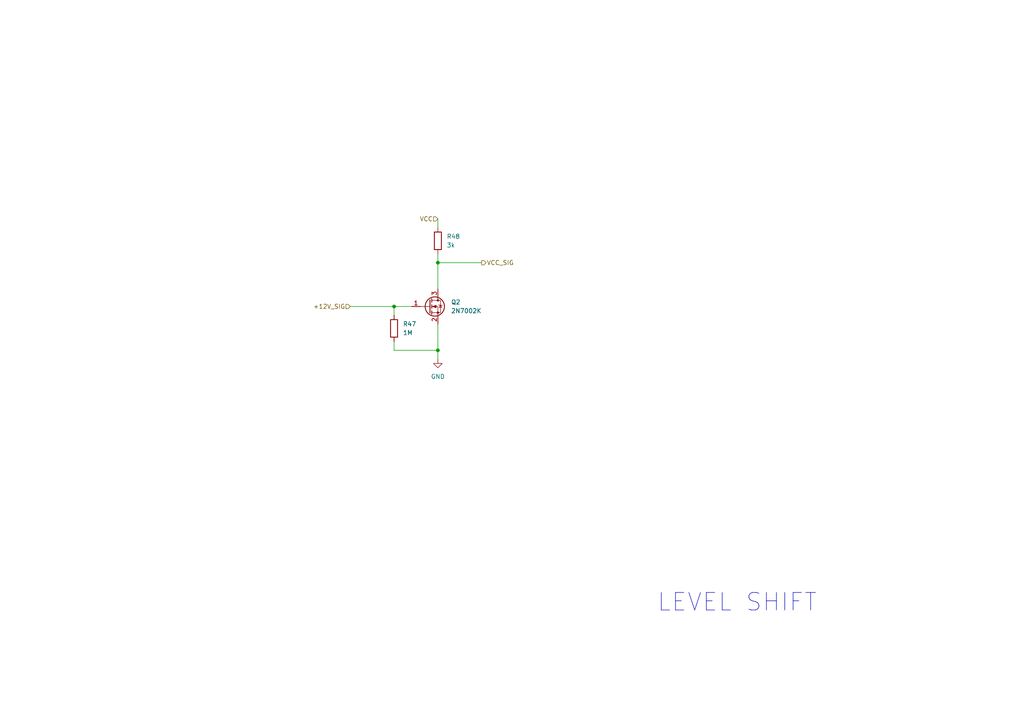
<source format=kicad_sch>
(kicad_sch (version 20230121) (generator eeschema)
  (paper "A4")
  (lib_symbols
    (symbol "Device:R" (pin_numbers hide) (pin_names (offset 0))
      (property "Reference" "R" (at 2.032 0 90))
      (property "Value" "R" (at 0 0 90))
      (symbol "R_0_1"
        (rectangle (start -1.016 -2.54) (end 1.016 2.54) (stroke (width 0.254)))
      )
      (symbol "R_1_1"
        (pin passive line (at 0 3.81 270) (length 1.27) (name "~") (number "1"))
        (pin passive line (at 0 -3.81 90) (length 1.27) (name "~") (number "2"))
      )
    )
    (symbol "Transistor_FET:2N7002K" (pin_names hide)
      (property "Reference" "Q" (at 5.08 1.905 0))
      (property "Value" "2N7002K" (at 5.08 0 0))
      (symbol "2N7002K_0_1"
        (polyline (pts (xy 0.254 0) (xy -2.54 0)))
        (polyline (pts (xy 0.254 1.905) (xy 0.254 -1.905)) (stroke (width 0.254)))
        (polyline (pts (xy 0.762 -1.27) (xy 0.762 -2.286)) (stroke (width 0.254)))
        (polyline (pts (xy 0.762 0.508) (xy 0.762 -0.508)) (stroke (width 0.254)))
        (polyline (pts (xy 0.762 2.286) (xy 0.762 1.27)) (stroke (width 0.254)))
        (polyline (pts (xy 2.54 2.54) (xy 2.54 1.778)))
        (polyline (pts (xy 2.54 -2.54) (xy 2.54 0) (xy 0.762 0)))
        (polyline (pts (xy 0.762 -1.778) (xy 3.302 -1.778) (xy 3.302 1.778) (xy 0.762 1.778)))
        (polyline (pts (xy 1.016 0) (xy 2.032 0.381) (xy 2.032 -0.381) (xy 1.016 0)) (fill (type outline)))
        (polyline (pts (xy 2.794 0.508) (xy 2.921 0.381) (xy 3.683 0.381) (xy 3.81 0.254)))
        (polyline (pts (xy 3.302 0.381) (xy 2.921 -0.254) (xy 3.683 -0.254) (xy 3.302 0.381)))
        (circle (center 1.651 0) (radius 2.794) (stroke (width 0.254)))
        (circle (center 2.54 -1.778) (radius 0.254) (fill (type outline)))
        (circle (center 2.54 1.778) (radius 0.254) (fill (type outline)))
      )
      (symbol "2N7002K_1_1"
        (pin input line (at -5.08 0 0) (length 2.54) (name "G") (number "1"))
        (pin passive line (at 2.54 -5.08 90) (length 2.54) (name "S") (number "2"))
        (pin passive line (at 2.54 5.08 270) (length 2.54) (name "D") (number "3"))
      )
    )
    (symbol "power:GND" (power) (pin_names (offset 0))
      (property "Value" "GND" (at 0 -3.81 0))
      (symbol "GND_0_1"
        (polyline (pts (xy 0 0) (xy 0 -1.27) (xy 1.27 -1.27) (xy 0 -2.54) (xy -1.27 -1.27) (xy 0 -1.27)))
      )
      (symbol "GND_1_1"
        (pin power_in line (at 0 0 270) (length 0) hide (name "GND") (number "1"))
      )
    )
  )
  (junction (at 127 101.6))
  (junction (at 127 76.2))
  (junction (at 114.3 88.9))
  (wire (pts (xy 127 76.2) (xy 127 83.82)))
  (wire (pts (xy 127 73.66) (xy 127 76.2)))
  (wire (pts (xy 127 93.98) (xy 127 101.6)))
  (wire (pts (xy 114.3 88.9) (xy 114.3 91.44)))
  (wire (pts (xy 127 63.5) (xy 127 66.04)))
  (wire (pts (xy 127 76.2) (xy 139.7 76.2)))
  (wire (pts (xy 127 101.6) (xy 127 104.14)))
  (wire (pts (xy 114.3 88.9) (xy 119.38 88.9)))
  (wire (pts (xy 101.6 88.9) (xy 114.3 88.9)))
  (wire (pts (xy 114.3 101.6) (xy 127 101.6)))
  (wire (pts (xy 114.3 99.06) (xy 114.3 101.6)))
  (text "LEVEL SHIFT" (at 190.5 177.8 0) (effects (font (size 5.08 5.08)) (justify left bottom)))
  (hierarchical_label "VCC_SIG" (shape output) (at 139.7 76.2 0))
  (hierarchical_label "VCC" (shape input) (at 127 63.5 180))
  (hierarchical_label "+12V_SIG" (shape input) (at 101.6 88.9 180))
  (symbol (lib_id "Transistor_FET:2N7002K") (at 124.46 88.9 0) (unit 1)
    (property "Reference" "Q2" (at 130.81 87.63 0) (effects (justify left)))
    (property "Value" "2N7002K" (at 130.81 90.17 0) (effects (justify left)))
    (property "Footprint" "Package_TO_SOT_SMD:SOT-23" (effects hide))
    (property "Datasheet" "https://www.diodes.com/assets/Datasheets/ds30896.pdf" (effects hide))
  )
  (symbol (lib_id "Device:R") (at 127 69.85 0) (unit 1)
    (property "Reference" "R48" (at 129.54 68.58 0) (effects (justify left)))
    (property "Value" "3k" (at 129.54 71.12 0) (effects (justify left)))
  )
  (symbol (lib_id "Device:R") (at 114.3 95.25 0) (unit 1)
    (property "Reference" "R47" (at 116.84 93.98 0) (effects (justify left)))
    (property "Value" "1M" (at 116.84 96.52 0) (effects (justify left)))
  )
  (symbol (lib_id "power:GND") (at 127 104.14 0) (unit 1)
    (property "Reference" "#PWR090" (effects hide))
    (property "Value" "GND" (at 127 109.22 0))
  )
)
</source>
